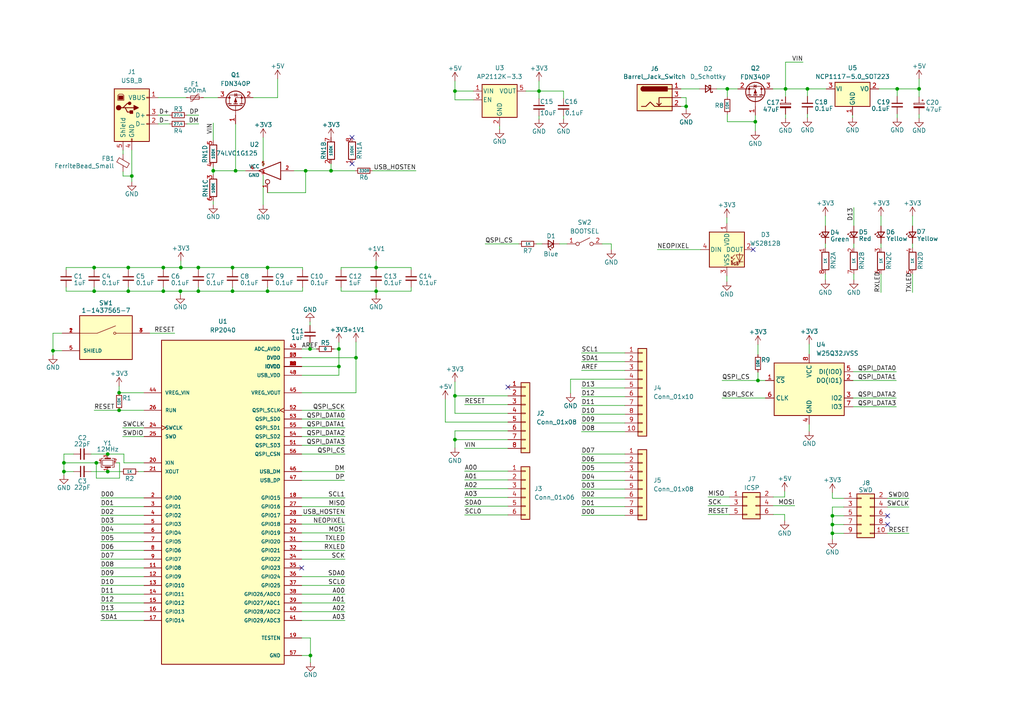
<source format=kicad_sch>
(kicad_sch (version 20211123) (generator eeschema)
  (paper "A4")
  (title_block (title "RP UNO") (date "2022-12-17") (rev "A"))
  (lib_symbols
    (symbol "1-1437565-7:1-1437565-7" (pin_names (offset 1.016))
      (property "Reference" "S" (at -7.62 6.35 0))
      (property "Value" "1-1437565-7" (at -7.62 -10.16 0))
      (symbol "1-1437565-7_0_0"
        (pin passive line (at -12.7 0 0) (length 5.08) (name "~") (number "1"))
        (pin passive line (at -12.7 0 0) (length 5.08) (name "~") (number "2"))
        (pin passive line (at 12.7 0 180) (length 5.08) (name "~") (number "3"))
        (pin passive line (at 12.7 0 180) (length 5.08) (name "~") (number "4"))
        (pin passive line (at -12.7 -5.08 0) (length 5.08) (name "SHIELD") (number "5"))
      )
    )
    (symbol "74xGxx:74LVC1G125" (pin_names (offset 1.016))
      (property "Reference" "U2" (at 3.81 -7.62 0))
      (property "Value" "74LVC1G125" (at 8.89 -5.08 0))
      (symbol "74LVC1G125_1_1"
        (pin input inverted (at 0 6.35 270) (length 3.81) (name "~") (number "1"))
        (pin input line (at -7.62 0 0) (length 3.81) (name "~") (number "2"))
        (pin power_out line (at 1.27 1.27 0) (length 0) (name "GND") (number "3"))
        (pin tri_state line (at 6.35 0 180) (length 3.81) (name "~") (number "4"))
        (pin power_in line (at 1.27 -1.27 0) (length 0) (name "VCC") (number "5"))
      )
    )
    (symbol "Connector:Barrel_Jack_Switch" (pin_names hide)
      (property "Reference" "J" (at 0 5.334 0))
      (property "Value" "Barrel_Jack_Switch" (at 0 -5.08 0))
      (symbol "Barrel_Jack_Switch_1_1"
        (pin passive line (at 7.62 2.54 180) (length 2.54) (name "~") (number "1"))
        (pin passive line (at 7.62 -2.54 180) (length 2.54) (name "~") (number "2"))
        (pin passive line (at 7.62 0 180) (length 2.54) (name "~") (number "3"))
      )
    )
    (symbol "Connector:USB_B" (pin_names (offset 1.016))
      (property "Reference" "J" (at -5.08 11.43 0))
      (property "Value" "USB_B" (at -5.08 8.89 0))
      (symbol "USB_B_1_1"
        (pin power_out line (at 7.62 5.08 180) (length 2.54) (name "VBUS") (number "1"))
        (pin bidirectional line (at 7.62 -2.54 180) (length 2.54) (name "D-") (number "2"))
        (pin bidirectional line (at 7.62 0 180) (length 2.54) (name "D+") (number "3"))
        (pin power_out line (at 0 -10.16 90) (length 2.54) (name "GND") (number "4"))
        (pin passive line (at -2.54 -10.16 90) (length 2.54) (name "Shield") (number "5"))
      )
    )
    (symbol "Connector_Generic:Conn_01x06" (pin_names (offset 1.016) hide)
      (property "Reference" "J" (at 0 7.62 0))
      (property "Value" "Conn_01x06" (at 0 -10.16 0))
      (symbol "Conn_01x06_1_1"
        (pin passive line (at -5.08 5.08 0) (length 3.81) (name "Pin_1") (number "1"))
        (pin passive line (at -5.08 2.54 0) (length 3.81) (name "Pin_2") (number "2"))
        (pin passive line (at -5.08 0 0) (length 3.81) (name "Pin_3") (number "3"))
        (pin passive line (at -5.08 -2.54 0) (length 3.81) (name "Pin_4") (number "4"))
        (pin passive line (at -5.08 -5.08 0) (length 3.81) (name "Pin_5") (number "5"))
        (pin passive line (at -5.08 -7.62 0) (length 3.81) (name "Pin_6") (number "6"))
      )
    )
    (symbol "Connector_Generic:Conn_01x08" (pin_names (offset 1.016) hide)
      (property "Reference" "J" (at 0 10.16 0))
      (property "Value" "Conn_01x08" (at 0 -12.7 0))
      (symbol "Conn_01x08_1_1"
        (pin passive line (at -5.08 7.62 0) (length 3.81) (name "Pin_1") (number "1"))
        (pin passive line (at -5.08 5.08 0) (length 3.81) (name "Pin_2") (number "2"))
        (pin passive line (at -5.08 2.54 0) (length 3.81) (name "Pin_3") (number "3"))
        (pin passive line (at -5.08 0 0) (length 3.81) (name "Pin_4") (number "4"))
        (pin passive line (at -5.08 -2.54 0) (length 3.81) (name "Pin_5") (number "5"))
        (pin passive line (at -5.08 -5.08 0) (length 3.81) (name "Pin_6") (number "6"))
        (pin passive line (at -5.08 -7.62 0) (length 3.81) (name "Pin_7") (number "7"))
        (pin passive line (at -5.08 -10.16 0) (length 3.81) (name "Pin_8") (number "8"))
      )
    )
    (symbol "Connector_Generic:Conn_01x10" (pin_names (offset 1.016) hide)
      (property "Reference" "J" (at 0 12.7 0))
      (property "Value" "Conn_01x10" (at 0 -15.24 0))
      (symbol "Conn_01x10_1_1"
        (pin passive line (at -5.08 10.16 0) (length 3.81) (name "Pin_1") (number "1"))
        (pin passive line (at -5.08 -12.7 0) (length 3.81) (name "Pin_10") (number "10"))
        (pin passive line (at -5.08 7.62 0) (length 3.81) (name "Pin_2") (number "2"))
        (pin passive line (at -5.08 5.08 0) (length 3.81) (name "Pin_3") (number "3"))
        (pin passive line (at -5.08 2.54 0) (length 3.81) (name "Pin_4") (number "4"))
        (pin passive line (at -5.08 0 0) (length 3.81) (name "Pin_5") (number "5"))
        (pin passive line (at -5.08 -2.54 0) (length 3.81) (name "Pin_6") (number "6"))
        (pin passive line (at -5.08 -5.08 0) (length 3.81) (name "Pin_7") (number "7"))
        (pin passive line (at -5.08 -7.62 0) (length 3.81) (name "Pin_8") (number "8"))
        (pin passive line (at -5.08 -10.16 0) (length 3.81) (name "Pin_9") (number "9"))
      )
    )
    (symbol "Connector_Generic:Conn_02x03_Odd_Even" (pin_names (offset 1.016) hide)
      (property "Reference" "J" (at 1.27 5.08 0))
      (property "Value" "Conn_02x03_Odd_Even" (at 1.27 -5.08 0))
      (symbol "Conn_02x03_Odd_Even_1_1"
        (pin passive line (at -5.08 2.54 0) (length 3.81) (name "Pin_1") (number "1"))
        (pin passive line (at 7.62 2.54 180) (length 3.81) (name "Pin_2") (number "2"))
        (pin passive line (at -5.08 0 0) (length 3.81) (name "Pin_3") (number "3"))
        (pin passive line (at 7.62 0 180) (length 3.81) (name "Pin_4") (number "4"))
        (pin passive line (at -5.08 -2.54 0) (length 3.81) (name "Pin_5") (number "5"))
        (pin passive line (at 7.62 -2.54 180) (length 3.81) (name "Pin_6") (number "6"))
      )
    )
    (symbol "Connector_Generic:Conn_02x05_Odd_Even" (pin_names (offset 1.016) hide)
      (property "Reference" "J" (at 1.27 7.62 0))
      (property "Value" "Conn_02x05_Odd_Even" (at 1.27 -7.62 0))
      (symbol "Conn_02x05_Odd_Even_1_1"
        (pin passive line (at -5.08 5.08 0) (length 3.81) (name "Pin_1") (number "1"))
        (pin passive line (at 7.62 -5.08 180) (length 3.81) (name "Pin_10") (number "10"))
        (pin passive line (at 7.62 5.08 180) (length 3.81) (name "Pin_2") (number "2"))
        (pin passive line (at -5.08 2.54 0) (length 3.81) (name "Pin_3") (number "3"))
        (pin passive line (at 7.62 2.54 180) (length 3.81) (name "Pin_4") (number "4"))
        (pin passive line (at -5.08 0 0) (length 3.81) (name "Pin_5") (number "5"))
        (pin passive line (at 7.62 0 180) (length 3.81) (name "Pin_6") (number "6"))
        (pin passive line (at -5.08 -2.54 0) (length 3.81) (name "Pin_7") (number "7"))
        (pin passive line (at 7.62 -2.54 180) (length 3.81) (name "Pin_8") (number "8"))
        (pin passive line (at -5.08 -5.08 0) (length 3.81) (name "Pin_9") (number "9"))
      )
    )
    (symbol "Device:C_Polarized_Small" (pin_numbers hide) (pin_names (offset 0.254) hide)
      (property "Reference" "C" (at 0.254 1.778 0))
      (property "Value" "C_Polarized_Small" (at 0.254 -2.032 0))
      (symbol "C_Polarized_Small_1_1"
        (pin passive line (at 0 2.54 270) (length 1.8542) (name "~") (number "1"))
        (pin passive line (at 0 -2.54 90) (length 1.8542) (name "~") (number "2"))
      )
    )
    (symbol "Device:C_Small" (pin_numbers hide) (pin_names (offset 0.254) hide)
      (property "Reference" "C" (at 0.254 1.778 0))
      (property "Value" "C_Small" (at 0.254 -2.032 0))
      (symbol "C_Small_1_1"
        (pin passive line (at 0 2.54 270) (length 2.032) (name "~") (number "1"))
        (pin passive line (at 0 -2.54 90) (length 2.032) (name "~") (number "2"))
      )
    )
    (symbol "Device:Crystal_GND24_Small" (pin_names (offset 1.016) hide)
      (property "Reference" "Y" (at 1.27 4.445 0))
      (property "Value" "Crystal_GND24_Small" (at 1.27 2.54 0))
      (symbol "Crystal_GND24_Small_1_1"
        (pin passive line (at -2.54 0 0) (length 1.27) (name "1") (number "1"))
        (pin passive line (at 0 -2.54 90) (length 0.635) (name "2") (number "2"))
        (pin passive line (at 2.54 0 180) (length 1.27) (name "3") (number "3"))
        (pin passive line (at 0 2.54 270) (length 0.635) (name "4") (number "4"))
      )
    )
    (symbol "Device:D_Schottky_Small" (pin_numbers hide) (pin_names (offset 0.254) hide)
      (property "Reference" "D" (at -1.27 2.032 0))
      (property "Value" "D_Schottky_Small" (at -7.112 -2.032 0))
      (symbol "D_Schottky_Small_1_1"
        (pin passive line (at -2.54 0 0) (length 1.778) (name "K") (number "1"))
        (pin passive line (at 2.54 0 180) (length 1.778) (name "A") (number "2"))
      )
    )
    (symbol "Device:FerriteBead_Small" (pin_numbers hide) (pin_names (offset 0))
      (property "Reference" "FB" (at 1.905 1.27 0))
      (property "Value" "FerriteBead_Small" (at 1.905 -1.27 0))
      (symbol "FerriteBead_Small_1_1"
        (pin passive line (at 0 2.54 270) (length 1.27) (name "~") (number "1"))
        (pin passive line (at 0 -2.54 90) (length 1.27) (name "~") (number "2"))
      )
    )
    (symbol "Device:LED_Small" (pin_numbers hide) (pin_names (offset 0.254) hide)
      (property "Reference" "D" (at -1.27 3.175 0))
      (property "Value" "LED_Small" (at -4.445 -2.54 0))
      (symbol "LED_Small_1_1"
        (pin passive line (at -2.54 0 0) (length 1.778) (name "K") (number "1"))
        (pin passive line (at 2.54 0 180) (length 1.778) (name "A") (number "2"))
      )
    )
    (symbol "Device:Polyfuse_Small" (pin_numbers hide) (pin_names (offset 0))
      (property "Reference" "F" (at -1.905 0 90))
      (property "Value" "Polyfuse_Small" (at 1.905 0 90))
      (symbol "Polyfuse_Small_1_1"
        (pin passive line (at 0 2.54 270) (length 0.635) (name "~") (number "1"))
        (pin passive line (at 0 -2.54 90) (length 0.635) (name "~") (number "2"))
      )
    )
    (symbol "Device:R_Pack04_Split" (pin_names (offset 0) hide)
      (property "Reference" "RN" (at 2.032 0 90))
      (property "Value" "R_Pack04_Split" (at 0 0 90))
      (symbol "R_Pack04_Split_1_1"
        (pin passive line (at 0 -3.81 90) (length 1.27) (name "R1.1") (number "1"))
        (pin passive line (at 0 3.81 270) (length 1.27) (name "R1.2") (number "8"))
      )
      (symbol "R_Pack04_Split_2_1"
        (pin passive line (at 0 -3.81 90) (length 1.27) (name "R2.1") (number "2"))
        (pin passive line (at 0 3.81 270) (length 1.27) (name "R2.2") (number "7"))
      )
      (symbol "R_Pack04_Split_3_1"
        (pin passive line (at 0 -3.81 90) (length 1.27) (name "R3.1") (number "3"))
        (pin passive line (at 0 3.81 270) (length 1.27) (name "R3.2") (number "6"))
      )
      (symbol "R_Pack04_Split_4_1"
        (pin passive line (at 0 -3.81 90) (length 1.27) (name "R4.1") (number "4"))
        (pin passive line (at 0 3.81 270) (length 1.27) (name "R4.2") (number "5"))
      )
    )
    (symbol "Device:R_Small" (pin_numbers hide) (pin_names (offset 0.254) hide)
      (property "Reference" "R" (at 0.762 0.508 0))
      (property "Value" "R_Small" (at 0.762 -1.016 0))
      (symbol "R_Small_1_1"
        (pin passive line (at 0 2.54 270) (length 0.762) (name "~") (number "1"))
        (pin passive line (at 0 -2.54 90) (length 0.762) (name "~") (number "2"))
      )
    )
    (symbol "LED:WS2812B" (pin_names (offset 0.254))
      (property "Reference" "D" (at 5.08 5.715 0))
      (property "Value" "WS2812B" (at 1.27 -5.715 0))
      (symbol "WS2812B_0_0"
        (text "RGB" (at 2.286 -4.191 0) (effects (font (size 0.762 0.762))))
      )
      (symbol "WS2812B_1_1"
        (pin power_in line (at 0 7.62 270) (length 2.54) (name "VDD") (number "1"))
        (pin output line (at 7.62 0 180) (length 2.54) (name "DOUT") (number "2"))
        (pin power_in line (at 0 -7.62 90) (length 2.54) (name "VSS") (number "3"))
        (pin input line (at -7.62 0 0) (length 2.54) (name "DIN") (number "4"))
      )
    )
    (symbol "Memory_Flash:W25Q32JVSS"
      (property "Reference" "U" (at -8.89 8.89 0))
      (property "Value" "W25Q32JVSS" (at 7.62 8.89 0))
      (symbol "W25Q32JVSS_1_1"
        (pin input line (at -12.7 2.54 0) (length 2.54) (name "~{CS}") (number "1"))
        (pin bidirectional line (at 12.7 2.54 180) (length 2.54) (name "DO(IO1)") (number "2"))
        (pin bidirectional line (at 12.7 -2.54 180) (length 2.54) (name "IO2") (number "3"))
        (pin power_in line (at 0 -10.16 90) (length 2.54) (name "GND") (number "4"))
        (pin bidirectional line (at 12.7 5.08 180) (length 2.54) (name "DI(IO0)") (number "5"))
        (pin input line (at -12.7 -2.54 0) (length 2.54) (name "CLK") (number "6"))
        (pin bidirectional line (at 12.7 -5.08 180) (length 2.54) (name "IO3") (number "7"))
        (pin power_in line (at 0 10.16 270) (length 2.54) (name "VCC") (number "8"))
      )
    )
    (symbol "RP2040:RP2040" (pin_names (offset 1.016))
      (property "Reference" "U" (at -17.78 50.8 0))
      (property "Value" "RP2040" (at -17.78 -48.26 0))
      (symbol "RP2040_0_0"
        (pin power_in line (at 22.86 40.64 180) (length 5.08) (name "IOVDD") (number "1"))
        (pin power_in line (at 22.86 40.64 180) (length 5.08) (name "IOVDD") (number "10"))
        (pin bidirectional line (at -22.86 -17.78 0) (length 5.08) (name "GPIO8") (number "11"))
        (pin bidirectional line (at -22.86 -20.32 0) (length 5.08) (name "GPIO9") (number "12"))
        (pin bidirectional line (at -22.86 -22.86 0) (length 5.08) (name "GPIO10") (number "13"))
        (pin bidirectional line (at -22.86 -25.4 0) (length 5.08) (name "GPIO11") (number "14"))
        (pin bidirectional line (at -22.86 -27.94 0) (length 5.08) (name "GPIO12") (number "15"))
        (pin bidirectional line (at -22.86 -30.48 0) (length 5.08) (name "GPIO13") (number "16"))
        (pin bidirectional line (at -22.86 -33.02 0) (length 5.08) (name "GPIO14") (number "17"))
        (pin bidirectional line (at 22.86 2.54 180) (length 5.08) (name "GPIO15") (number "18"))
        (pin passive line (at 22.86 -38.1 180) (length 5.08) (name "TESTEN") (number "19"))
        (pin bidirectional line (at -22.86 2.54 0) (length 5.08) (name "GPIO0") (number "2"))
        (pin input line (at -22.86 12.7 0) (length 5.08) (name "XIN") (number "20"))
        (pin output line (at -22.86 10.16 0) (length 5.08) (name "XOUT") (number "21"))
        (pin power_in line (at 22.86 40.64 180) (length 5.08) (name "IOVDD") (number "22"))
        (pin power_in line (at 22.86 43.18 180) (length 5.08) (name "DVDD") (number "23"))
        (pin input clock (at -22.86 22.86 0) (length 5.08) (name "SWCLK") (number "24"))
        (pin bidirectional line (at -22.86 20.32 0) (length 5.08) (name "SWD") (number "25"))
        (pin input line (at -22.86 27.94 0) (length 5.08) (name "RUN") (number "26"))
        (pin bidirectional line (at 22.86 0 180) (length 5.08) (name "GPIO16") (number "27"))
        (pin bidirectional line (at 22.86 -2.54 180) (length 5.08) (name "GPIO17") (number "28"))
        (pin bidirectional line (at 22.86 -5.08 180) (length 5.08) (name "GPIO18") (number "29"))
        (pin bidirectional line (at -22.86 0 0) (length 5.08) (name "GPIO1") (number "3"))
        (pin bidirectional line (at 22.86 -7.62 180) (length 5.08) (name "GPIO19") (number "30"))
        (pin bidirectional line (at 22.86 -10.16 180) (length 5.08) (name "GPIO20") (number "31"))
        (pin bidirectional line (at 22.86 -12.7 180) (length 5.08) (name "GPIO21") (number "32"))
        (pin power_in line (at 22.86 40.64 180) (length 5.08) (name "IOVDD") (number "33"))
        (pin bidirectional line (at 22.86 -15.24 180) (length 5.08) (name "GPIO22") (number "34"))
        (pin bidirectional line (at 22.86 -17.78 180) (length 5.08) (name "GPIO23") (number "35"))
        (pin bidirectional line (at 22.86 -20.32 180) (length 5.08) (name "GPIO24") (number "36"))
        (pin bidirectional line (at 22.86 -22.86 180) (length 5.08) (name "GPIO25") (number "37"))
        (pin bidirectional line (at 22.86 -25.4 180) (length 5.08) (name "GPIO26/ADC0") (number "38"))
        (pin bidirectional line (at 22.86 -27.94 180) (length 5.08) (name "GPIO27/ADC1") (number "39"))
        (pin bidirectional line (at -22.86 -2.54 0) (length 5.08) (name "GPIO2") (number "4"))
        (pin bidirectional line (at 22.86 -30.48 180) (length 5.08) (name "GPIO28/ADC2") (number "40"))
        (pin bidirectional line (at 22.86 -33.02 180) (length 5.08) (name "GPIO29/ADC3") (number "41"))
        (pin power_in line (at 22.86 40.64 180) (length 5.08) (name "IOVDD") (number "42"))
        (pin power_in line (at 22.86 45.72 180) (length 5.08) (name "ADC_AVDD") (number "43"))
        (pin input line (at -22.86 33.02 0) (length 5.08) (name "VREG_VIN") (number "44"))
        (pin output line (at 22.86 33.02 180) (length 5.08) (name "VREG_VOUT") (number "45"))
        (pin bidirectional line (at 22.86 10.16 180) (length 5.08) (name "USB_DM") (number "46"))
        (pin bidirectional line (at 22.86 7.62 180) (length 5.08) (name "USB_DP") (number "47"))
        (pin power_in line (at 22.86 38.1 180) (length 5.08) (name "USB_VDD") (number "48"))
        (pin power_in line (at 22.86 40.64 180) (length 5.08) (name "IOVDD") (number "49"))
        (pin bidirectional line (at -22.86 -5.08 0) (length 5.08) (name "GPIO3") (number "5"))
        (pin power_in line (at 22.86 43.18 180) (length 5.08) (name "DVDD") (number "50"))
        (pin bidirectional line (at 22.86 17.78 180) (length 5.08) (name "QSPI_SD3") (number "51"))
        (pin bidirectional clock (at 22.86 27.94 180) (length 5.08) (name "QSPI_SCLK") (number "52"))
        (pin bidirectional line (at 22.86 25.4 180) (length 5.08) (name "QSPI_SD0") (number "53"))
        (pin bidirectional line (at 22.86 20.32 180) (length 5.08) (name "QSPI_SD2") (number "54"))
        (pin bidirectional line (at 22.86 22.86 180) (length 5.08) (name "QSPI_SD1") (number "55"))
        (pin bidirectional line (at 22.86 15.24 180) (length 5.08) (name "QSPI_CSN") (number "56"))
        (pin power_in line (at 22.86 -43.18 180) (length 5.08) (name "GND") (number "57"))
        (pin bidirectional line (at -22.86 -7.62 0) (length 5.08) (name "GPIO4") (number "6"))
        (pin bidirectional line (at -22.86 -10.16 0) (length 5.08) (name "GPIO5") (number "7"))
        (pin bidirectional line (at -22.86 -12.7 0) (length 5.08) (name "GPIO6") (number "8"))
        (pin bidirectional line (at -22.86 -15.24 0) (length 5.08) (name "GPIO7") (number "9"))
      )
    )
    (symbol "Regulator_Linear:AP2112K-3.3" (pin_names (offset 0.254))
      (property "Reference" "U" (at -5.08 5.715 0))
      (property "Value" "AP2112K-3.3" (at 0 5.715 0))
      (symbol "AP2112K-3.3_1_1"
        (pin power_in line (at -7.62 2.54 0) (length 2.54) (name "VIN") (number "1"))
        (pin power_in line (at 0 -7.62 90) (length 2.54) (name "GND") (number "2"))
        (pin input line (at -7.62 0 0) (length 2.54) (name "EN") (number "3"))
        (pin no_connect line (at 5.08 0 180) (length 2.54) hide (name "NC") (number "4"))
        (pin power_out line (at 7.62 2.54 180) (length 2.54) (name "VOUT") (number "5"))
      )
    )
    (symbol "Regulator_Linear:NCP1117-5.0_SOT223" (pin_names (offset 0.254))
      (property "Reference" "U" (at -3.81 3.175 0))
      (property "Value" "NCP1117-5.0_SOT223" (at 0 3.175 0))
      (symbol "NCP1117-5.0_SOT223_1_1"
        (pin power_in line (at 0 -7.62 90) (length 2.54) (name "GND") (number "1"))
        (pin power_out line (at 7.62 0 180) (length 2.54) (name "VO") (number "2"))
        (pin power_in line (at -7.62 0 0) (length 2.54) (name "VI") (number "3"))
      )
    )
    (symbol "Switch:SW_SPST" (pin_names (offset 0) hide)
      (property "Reference" "SW" (at 0 3.175 0))
      (property "Value" "SW_SPST" (at 0 -2.54 0))
      (symbol "SW_SPST_1_1"
        (pin passive line (at -5.08 0 0) (length 2.54) (name "A") (number "1"))
        (pin passive line (at 5.08 0 180) (length 2.54) (name "B") (number "2"))
      )
    )
    (symbol "Transistor_FET:FDN340P" (pin_names hide)
      (property "Reference" "Q" (at 5.08 1.905 0))
      (property "Value" "FDN340P" (at 5.08 0 0))
      (symbol "FDN340P_1_1"
        (pin input line (at -5.08 0 0) (length 2.54) (name "G") (number "1"))
        (pin passive line (at 2.54 -5.08 90) (length 2.54) (name "S") (number "2"))
        (pin passive line (at 2.54 5.08 270) (length 2.54) (name "D") (number "3"))
      )
    )
    (symbol "power:+1V1" (power) (pin_names (offset 0))
      (property "Value" "+1V1" (at 0 3.556 0))
      (symbol "+1V1_1_1"
        (pin power_in line (at 0 0 90) (length 0) hide (name "+1V1") (number "1"))
      )
    )
    (symbol "power:+3V3" (power) (pin_names (offset 0))
      (property "Value" "+3V3" (at 0 3.556 0))
      (symbol "+3V3_1_1"
        (pin power_in line (at 0 0 90) (length 0) hide (name "+3V3") (number "1"))
      )
    )
    (symbol "power:+5V" (power) (pin_names (offset 0))
      (property "Value" "+5V" (at 0 3.556 0))
      (symbol "+5V_1_1"
        (pin power_in line (at 0 0 90) (length 0) hide (name "+5V") (number "1"))
      )
    )
    (symbol "power:GND" (power) (pin_names (offset 0))
      (property "Value" "GND" (at 0 -3.81 0))
      (symbol "GND_1_1"
        (pin power_in line (at 0 0 270) (length 0) hide (name "GND") (number "1"))
      )
    )
  )
  (junction (at 52.324 84.455))
  (junction (at 90.043 190.119))
  (junction (at 88.646 49.53))
  (junction (at 34.544 118.999))
  (junction (at 98.298 106.299))
  (junction (at 47.371 77.597))
  (junction (at 260.223 25.781))
  (junction (at 227.838 25.781))
  (junction (at 27.305 84.455))
  (junction (at 61.849 49.53))
  (junction (at 156.337 26.416))
  (junction (at 109.093 84.455))
  (junction (at 34.544 113.919))
  (junction (at 31.242 136.779))
  (junction (at 57.531 84.455))
  (junction (at 96.012 49.53))
  (junction (at 68.326 49.53))
  (junction (at 210.947 25.781))
  (junction (at 67.437 84.455))
  (junction (at 18.542 134.239))
  (junction (at 52.451 77.597))
  (junction (at 241.427 149.606))
  (junction (at 18.542 136.779))
  (junction (at 103.251 103.759))
  (junction (at 219.837 110.363))
  (junction (at 77.597 77.597))
  (junction (at 266.573 25.781))
  (junction (at 27.305 77.597))
  (junction (at 98.298 101.219))
  (junction (at 131.953 26.416))
  (junction (at 47.371 84.455))
  (junction (at 57.531 77.597))
  (junction (at 37.211 84.455))
  (junction (at 27.94 134.239))
  (junction (at 15.367 101.727))
  (junction (at 241.427 154.686))
  (junction (at 38.227 51.054))
  (junction (at 199.009 30.861))
  (junction (at 219.075 35.306))
  (junction (at 234.188 25.781))
  (junction (at 109.093 77.597))
  (junction (at 131.953 127.508))
  (junction (at 37.211 77.597))
  (junction (at 89.916 101.219))
  (junction (at 31.242 131.699))
  (junction (at 241.427 152.146))
  (junction (at 77.597 84.455))
  (junction (at 131.953 114.808))
  (junction (at 67.437 77.597))
  (no_connect (at 102.108 47.498))
  (no_connect (at 218.44 72.39))
  (no_connect (at 257.429 152.146))
  (no_connect (at 87.503 164.719))
  (no_connect (at 147.32 112.268))
  (no_connect (at 102.108 39.878))
  (no_connect (at 257.429 149.606))
  (wire (pts (xy 98.298 108.839) (xy 98.298 106.299)))
  (wire (pts (xy 131.953 26.416) (xy 137.287 26.416)))
  (wire (pts (xy 134.747 117.348) (xy 147.32 117.348)))
  (wire (pts (xy 219.837 110.363) (xy 209.423 110.363)))
  (wire (pts (xy 264.668 65.532) (xy 264.668 62.611)))
  (wire (pts (xy 241.427 154.686) (xy 241.427 156.464)))
  (wire (pts (xy 199.009 28.321) (xy 197.485 28.321)))
  (wire (pts (xy 38.227 43.561) (xy 38.227 51.054)))
  (wire (pts (xy 35.56 126.619) (xy 41.783 126.619)))
  (wire (pts (xy 168.656 122.682) (xy 181.229 122.682)))
  (wire (pts (xy 119.253 83.312) (xy 119.253 84.455)))
  (wire (pts (xy 255.524 79.502) (xy 255.524 84.836)))
  (wire (pts (xy 134.747 144.272) (xy 147.32 144.272)))
  (wire (pts (xy 77.597 55.88) (xy 88.646 55.88)))
  (wire (pts (xy 27.94 138.684) (xy 27.94 134.239)))
  (wire (pts (xy 26.416 131.699) (xy 31.242 131.699)))
  (wire (pts (xy 87.503 136.779) (xy 99.949 136.779)))
  (wire (pts (xy 15.367 101.727) (xy 15.367 102.997)))
  (wire (pts (xy 29.21 149.479) (xy 41.783 149.479)))
  (wire (pts (xy 80.518 28.321) (xy 80.518 22.86)))
  (wire (pts (xy 109.093 85.471) (xy 109.093 84.455)))
  (wire (pts (xy 168.656 112.522) (xy 181.229 112.522)))
  (wire (pts (xy 29.21 164.719) (xy 41.783 164.719)))
  (wire (pts (xy 61.849 49.53) (xy 61.849 50.673)))
  (wire (pts (xy 29.21 157.099) (xy 41.783 157.099)))
  (wire (pts (xy 147.32 119.888) (xy 131.953 119.888)))
  (wire (pts (xy 234.188 33.02) (xy 234.188 34.163)))
  (wire (pts (xy 197.485 25.781) (xy 202.819 25.781)))
  (wire (pts (xy 219.075 35.306) (xy 219.075 37.973)))
  (wire (pts (xy 19.177 84.455) (xy 27.305 84.455)))
  (wire (pts (xy 263.652 147.066) (xy 257.429 147.066)))
  (wire (pts (xy 247.65 70.612) (xy 247.65 71.882)))
  (wire (pts (xy 168.656 102.362) (xy 181.229 102.362)))
  (wire (pts (xy 87.503 146.939) (xy 100.076 146.939)))
  (wire (pts (xy 87.503 157.099) (xy 100.076 157.099)))
  (wire (pts (xy 131.953 124.968) (xy 131.953 127.508)))
  (wire (pts (xy 241.427 147.066) (xy 241.427 149.606)))
  (wire (pts (xy 134.747 136.652) (xy 147.32 136.652)))
  (wire (pts (xy 244.729 147.066) (xy 241.427 147.066)))
  (wire (pts (xy 15.367 96.647) (xy 15.367 101.727)))
  (wire (pts (xy 34.544 118.999) (xy 41.783 118.999)))
  (wire (pts (xy 90.043 190.119) (xy 87.503 190.119)))
  (wire (pts (xy 96.012 49.53) (xy 102.997 49.53)))
  (wire (pts (xy 87.503 118.999) (xy 100.076 118.999)))
  (wire (pts (xy 59.055 28.321) (xy 63.246 28.321)))
  (wire (pts (xy 210.82 64.77) (xy 210.82 63.119)))
  (wire (pts (xy 34.544 113.919) (xy 34.544 112.014)))
  (wire (pts (xy 27.305 84.455) (xy 37.211 84.455)))
  (wire (pts (xy 76.327 39.878) (xy 76.327 48.26)))
  (wire (pts (xy 27.305 77.597) (xy 37.211 77.597)))
  (wire (pts (xy 234.696 123.063) (xy 234.696 125.095)))
  (wire (pts (xy 100.076 144.399) (xy 87.503 144.399)))
  (wire (pts (xy 27.305 83.312) (xy 27.305 84.455)))
  (wire (pts (xy 34.544 113.919) (xy 41.783 113.919)))
  (wire (pts (xy 100.076 169.799) (xy 87.503 169.799)))
  (wire (pts (xy 37.211 83.312) (xy 37.211 84.455)))
  (wire (pts (xy 88.646 49.53) (xy 85.217 49.53)))
  (wire (pts (xy 168.656 131.699) (xy 181.229 131.699)))
  (wire (pts (xy 90.043 190.119) (xy 90.043 192.151)))
  (wire (pts (xy 134.747 149.352) (xy 147.32 149.352)))
  (wire (pts (xy 109.093 77.597) (xy 109.093 75.692)))
  (wire (pts (xy 98.933 84.455) (xy 109.093 84.455)))
  (wire (pts (xy 247.65 79.502) (xy 247.65 81.153)))
  (wire (pts (xy 168.656 104.902) (xy 181.229 104.902)))
  (wire (pts (xy 52.451 77.597) (xy 57.531 77.597)))
  (wire (pts (xy 255.524 65.532) (xy 255.524 62.611)))
  (wire (pts (xy 129.159 115.824) (xy 129.159 122.428)))
  (wire (pts (xy 35.56 124.079) (xy 41.783 124.079)))
  (wire (pts (xy 205.359 149.225) (xy 211.582 149.225)))
  (wire (pts (xy 156.337 26.416) (xy 156.337 28.575)))
  (wire (pts (xy 227.838 18.034) (xy 232.918 18.034)))
  (wire (pts (xy 100.076 172.339) (xy 87.503 172.339)))
  (wire (pts (xy 35.687 51.054) (xy 38.227 51.054)))
  (wire (pts (xy 131.953 127.508) (xy 147.32 127.508)))
  (wire (pts (xy 21.336 131.699) (xy 18.542 131.699)))
  (wire (pts (xy 87.503 149.479) (xy 100.076 149.479)))
  (wire (pts (xy 29.21 167.259) (xy 41.783 167.259)))
  (wire (pts (xy 156.337 26.416) (xy 163.449 26.416)))
  (wire (pts (xy 266.573 33.147) (xy 266.573 34.29)))
  (wire (pts (xy 87.503 154.559) (xy 100.076 154.559)))
  (wire (pts (xy 52.324 84.455) (xy 57.531 84.455)))
  (wire (pts (xy 131.953 114.808) (xy 131.953 119.888)))
  (wire (pts (xy 241.427 144.526) (xy 241.427 142.875)))
  (wire (pts (xy 98.933 83.312) (xy 98.933 84.455)))
  (wire (pts (xy 26.416 136.779) (xy 31.242 136.779)))
  (wire (pts (xy 67.437 78.232) (xy 67.437 77.597)))
  (wire (pts (xy 87.503 167.259) (xy 100.076 167.259)))
  (wire (pts (xy 264.668 70.612) (xy 264.668 71.882)))
  (wire (pts (xy 67.437 84.455) (xy 77.597 84.455)))
  (wire (pts (xy 144.907 36.576) (xy 144.907 37.465)))
  (wire (pts (xy 219.075 33.401) (xy 219.075 35.306)))
  (wire (pts (xy 266.573 25.781) (xy 266.573 22.86)))
  (wire (pts (xy 147.32 122.428) (xy 129.159 122.428)))
  (wire (pts (xy 131.953 110.744) (xy 131.953 114.808)))
  (wire (pts (xy 263.652 144.526) (xy 257.429 144.526)))
  (wire (pts (xy 96.012 47.498) (xy 96.012 49.53)))
  (wire (pts (xy 199.009 30.861) (xy 199.009 31.75)))
  (wire (pts (xy 87.757 77.597) (xy 87.757 78.232)))
  (wire (pts (xy 227.584 149.225) (xy 227.584 151.003)))
  (wire (pts (xy 18.542 136.779) (xy 18.542 137.795)))
  (wire (pts (xy 29.21 154.559) (xy 41.783 154.559)))
  (wire (pts (xy 45.847 28.321) (xy 53.975 28.321)))
  (wire (pts (xy 98.298 99.314) (xy 98.298 101.219)))
  (wire (pts (xy 29.21 144.399) (xy 41.783 144.399)))
  (wire (pts (xy 134.747 130.048) (xy 147.32 130.048)))
  (wire (pts (xy 219.837 107.95) (xy 219.837 110.363)))
  (wire (pts (xy 219.837 102.87) (xy 219.837 99.949)))
  (wire (pts (xy 210.82 80.01) (xy 210.82 81.661)))
  (wire (pts (xy 168.656 115.062) (xy 181.229 115.062)))
  (wire (pts (xy 61.849 49.53) (xy 68.326 49.53)))
  (wire (pts (xy 168.656 136.779) (xy 181.229 136.779)))
  (wire (pts (xy 174.625 70.739) (xy 177.292 70.739)))
  (wire (pts (xy 19.177 78.232) (xy 19.177 77.597)))
  (wire (pts (xy 239.395 79.502) (xy 239.395 81.153)))
  (wire (pts (xy 54.229 35.941) (xy 57.658 35.941)))
  (wire (pts (xy 156.337 33.655) (xy 156.337 34.544)))
  (wire (pts (xy 150.495 70.739) (xy 140.716 70.739)))
  (wire (pts (xy 61.849 48.387) (xy 61.849 49.53)))
  (wire (pts (xy 241.427 154.686) (xy 244.729 154.686)))
  (wire (pts (xy 15.367 101.727) (xy 18.034 101.727)))
  (wire (pts (xy 45.847 35.941) (xy 49.149 35.941)))
  (wire (pts (xy 103.251 103.759) (xy 103.251 113.919)))
  (wire (pts (xy 35.941 134.239) (xy 41.783 134.239)))
  (wire (pts (xy 247.269 33.401) (xy 247.269 34.163)))
  (wire (pts (xy 87.503 101.219) (xy 89.916 101.219)))
  (wire (pts (xy 87.503 121.539) (xy 100.076 121.539)))
  (wire (pts (xy 77.597 77.597) (xy 87.757 77.597)))
  (wire (pts (xy 87.503 152.019) (xy 100.076 152.019)))
  (wire (pts (xy 89.916 101.219) (xy 91.821 101.219)))
  (wire (pts (xy 131.953 28.956) (xy 131.953 26.416)))
  (wire (pts (xy 87.503 162.179) (xy 100.076 162.179)))
  (wire (pts (xy 29.21 172.339) (xy 41.783 172.339)))
  (wire (pts (xy 27.305 78.232) (xy 27.305 77.597)))
  (wire (pts (xy 234.696 102.743) (xy 234.696 99.822)))
  (wire (pts (xy 163.449 33.655) (xy 163.449 34.544)))
  (wire (pts (xy 168.656 134.239) (xy 181.229 134.239)))
  (wire (pts (xy 134.747 146.812) (xy 147.32 146.812)))
  (wire (pts (xy 234.188 25.781) (xy 234.188 27.94)))
  (wire (pts (xy 260.223 25.781) (xy 260.223 27.94)))
  (wire (pts (xy 68.326 49.53) (xy 71.247 49.53)))
  (wire (pts (xy 88.646 49.53) (xy 88.646 55.88)))
  (wire (pts (xy 37.211 78.232) (xy 37.211 77.597)))
  (wire (pts (xy 239.395 65.532) (xy 239.395 62.611)))
  (wire (pts (xy 18.542 131.699) (xy 18.542 134.239)))
  (wire (pts (xy 57.531 77.597) (xy 67.437 77.597)))
  (wire (pts (xy 227.584 149.225) (xy 224.282 149.225)))
  (wire (pts (xy 87.757 84.455) (xy 87.757 83.312)))
  (wire (pts (xy 67.437 77.597) (xy 77.597 77.597)))
  (wire (pts (xy 241.427 149.606) (xy 241.427 152.146)))
  (wire (pts (xy 168.656 146.939) (xy 181.229 146.939)))
  (wire (pts (xy 165.481 109.982) (xy 165.481 114.046)))
  (wire (pts (xy 199.009 28.321) (xy 199.009 30.861)))
  (wire (pts (xy 131.953 26.416) (xy 131.953 23.495)))
  (wire (pts (xy 87.503 113.919) (xy 103.251 113.919)))
  (wire (pts (xy 134.747 141.732) (xy 147.32 141.732)))
  (wire (pts (xy 87.503 159.639) (xy 100.076 159.639)))
  (wire (pts (xy 109.093 84.455) (xy 119.253 84.455)))
  (wire (pts (xy 87.503 106.299) (xy 98.298 106.299)))
  (wire (pts (xy 52.451 77.597) (xy 52.451 75.692)))
  (wire (pts (xy 210.947 35.306) (xy 219.075 35.306)))
  (wire (pts (xy 131.953 114.808) (xy 147.32 114.808)))
  (wire (pts (xy 168.656 141.859) (xy 181.229 141.859)))
  (wire (pts (xy 35.941 131.699) (xy 35.941 134.239)))
  (wire (pts (xy 87.503 124.079) (xy 100.076 124.079)))
  (wire (pts (xy 247.396 107.823) (xy 259.969 107.823)))
  (wire (pts (xy 57.531 77.597) (xy 57.531 78.232)))
  (wire (pts (xy 131.953 124.968) (xy 147.32 124.968)))
  (wire (pts (xy 34.671 138.684) (xy 27.94 138.684)))
  (wire (pts (xy 157.226 70.739) (xy 155.575 70.739)))
  (wire (pts (xy 168.656 117.602) (xy 181.229 117.602)))
  (wire (pts (xy 35.687 43.561) (xy 35.687 44.704)))
  (wire (pts (xy 227.838 18.034) (xy 227.838 25.781)))
  (wire (pts (xy 221.996 115.443) (xy 209.423 115.443)))
  (wire (pts (xy 29.21 152.019) (xy 41.783 152.019)))
  (wire (pts (xy 73.406 28.321) (xy 80.518 28.321)))
  (wire (pts (xy 77.597 78.232) (xy 77.597 77.597)))
  (wire (pts (xy 87.503 139.319) (xy 99.949 139.319)))
  (wire (pts (xy 98.933 77.597) (xy 109.093 77.597)))
  (wire (pts (xy 96.901 101.219) (xy 98.298 101.219)))
  (wire (pts (xy 27.94 134.239) (xy 28.702 134.239)))
  (wire (pts (xy 57.531 83.312) (xy 57.531 84.455)))
  (wire (pts (xy 241.427 144.526) (xy 244.729 144.526)))
  (wire (pts (xy 68.326 35.941) (xy 68.326 49.53)))
  (wire (pts (xy 29.21 159.639) (xy 41.783 159.639)))
  (wire (pts (xy 168.656 125.222) (xy 181.229 125.222)))
  (wire (pts (xy 29.21 179.959) (xy 41.783 179.959)))
  (wire (pts (xy 47.371 83.312) (xy 47.371 84.455)))
  (wire (pts (xy 247.396 115.443) (xy 259.969 115.443)))
  (wire (pts (xy 207.899 25.781) (xy 210.947 25.781)))
  (wire (pts (xy 134.747 139.192) (xy 147.32 139.192)))
  (wire (pts (xy 27.305 118.999) (xy 34.544 118.999)))
  (wire (pts (xy 210.947 25.781) (xy 213.995 25.781)))
  (wire (pts (xy 241.427 152.146) (xy 241.427 154.686)))
  (wire (pts (xy 29.21 174.879) (xy 41.783 174.879)))
  (wire (pts (xy 77.597 84.455) (xy 87.757 84.455)))
  (wire (pts (xy 205.359 144.145) (xy 211.582 144.145)))
  (wire (pts (xy 89.916 99.441) (xy 89.916 101.219)))
  (wire (pts (xy 52.324 85.471) (xy 52.324 84.455)))
  (wire (pts (xy 87.503 129.159) (xy 100.076 129.159)))
  (wire (pts (xy 109.093 77.597) (xy 119.253 77.597)))
  (wire (pts (xy 109.093 83.312) (xy 109.093 84.455)))
  (wire (pts (xy 108.077 49.53) (xy 120.65 49.53)))
  (wire (pts (xy 89.916 93.345) (xy 89.916 94.361)))
  (wire (pts (xy 100.076 179.959) (xy 87.503 179.959)))
  (wire (pts (xy 61.849 35.687) (xy 61.849 40.767)))
  (wire (pts (xy 31.242 131.699) (xy 35.941 131.699)))
  (wire (pts (xy 77.597 83.312) (xy 77.597 84.455)))
  (wire (pts (xy 47.371 78.232) (xy 47.371 77.597)))
  (wire (pts (xy 19.177 77.597) (xy 27.305 77.597)))
  (wire (pts (xy 38.227 51.054) (xy 38.227 52.705)))
  (wire (pts (xy 90.043 185.039) (xy 87.503 185.039)))
  (wire (pts (xy 241.427 152.146) (xy 244.729 152.146)))
  (wire (pts (xy 255.524 70.612) (xy 255.524 71.882)))
  (wire (pts (xy 18.542 134.239) (xy 18.542 136.779)))
  (wire (pts (xy 18.542 134.239) (xy 27.94 134.239)))
  (wire (pts (xy 87.503 103.759) (xy 103.251 103.759)))
  (wire (pts (xy 247.396 110.363) (xy 259.969 110.363)))
  (wire (pts (xy 234.188 25.781) (xy 239.649 25.781)))
  (wire (pts (xy 18.034 96.647) (xy 15.367 96.647)))
  (wire (pts (xy 227.584 144.145) (xy 224.282 144.145)))
  (wire (pts (xy 35.687 49.784) (xy 35.687 51.054)))
  (wire (pts (xy 131.953 28.956) (xy 137.287 28.956)))
  (wire (pts (xy 76.327 50.8) (xy 76.327 59.436)))
  (wire (pts (xy 37.211 84.455) (xy 47.371 84.455)))
  (wire (pts (xy 227.838 33.147) (xy 227.838 34.29)))
  (wire (pts (xy 230.505 146.685) (xy 224.282 146.685)))
  (wire (pts (xy 224.155 25.781) (xy 227.838 25.781)))
  (wire (pts (xy 168.656 149.479) (xy 181.229 149.479)))
  (wire (pts (xy 264.668 79.502) (xy 264.668 84.836)))
  (wire (pts (xy 90.043 185.039) (xy 90.043 190.119)))
  (wire (pts (xy 162.306 70.739) (xy 164.465 70.739)))
  (wire (pts (xy 254.889 25.781) (xy 260.223 25.781)))
  (wire (pts (xy 50.673 96.647) (xy 43.434 96.647)))
  (wire (pts (xy 57.531 84.455) (xy 67.437 84.455)))
  (wire (pts (xy 241.427 149.606) (xy 244.729 149.606)))
  (wire (pts (xy 61.849 59.309) (xy 61.849 58.293)))
  (wire (pts (xy 119.253 77.597) (xy 119.253 78.232)))
  (wire (pts (xy 203.2 72.39) (xy 190.627 72.39)))
  (wire (pts (xy 227.584 144.145) (xy 227.584 142.494)))
  (wire (pts (xy 29.21 162.179) (xy 41.783 162.179)))
  (wire (pts (xy 40.132 136.779) (xy 41.783 136.779)))
  (wire (pts (xy 96.012 49.53) (xy 88.646 49.53)))
  (wire (pts (xy 67.437 83.312) (xy 67.437 84.455)))
  (wire (pts (xy 168.656 120.142) (xy 181.229 120.142)))
  (wire (pts (xy 47.371 84.455) (xy 52.324 84.455)))
  (wire (pts (xy 131.953 127.508) (xy 131.953 129.921)))
  (wire (pts (xy 221.996 110.363) (xy 219.837 110.363)))
  (wire (pts (xy 34.671 134.239) (xy 34.671 138.684)))
  (wire (pts (xy 100.076 177.419) (xy 87.503 177.419)))
  (wire (pts (xy 29.21 146.939) (xy 41.783 146.939)))
  (wire (pts (xy 109.093 78.232) (xy 109.093 77.597)))
  (wire (pts (xy 210.947 25.781) (xy 210.947 28.067)))
  (wire (pts (xy 31.242 136.779) (xy 35.052 136.779)))
  (wire (pts (xy 98.933 78.232) (xy 98.933 77.597)))
  (wire (pts (xy 168.656 144.399) (xy 181.229 144.399)))
  (wire (pts (xy 239.395 70.612) (xy 239.395 71.882)))
  (wire (pts (xy 100.076 174.879) (xy 87.503 174.879)))
  (wire (pts (xy 19.177 83.312) (xy 19.177 84.455)))
  (wire (pts (xy 247.65 60.198) (xy 247.65 65.532)))
  (wire (pts (xy 29.21 177.419) (xy 41.783 177.419)))
  (wire (pts (xy 168.656 107.442) (xy 181.229 107.442)))
  (wire (pts (xy 257.429 154.686) (xy 263.652 154.686)))
  (wire (pts (xy 247.396 117.983) (xy 259.969 117.983)))
  (wire (pts (xy 87.503 126.619) (xy 100.076 126.619)))
  (wire (pts (xy 54.229 33.401) (xy 57.658 33.401)))
  (wire (pts (xy 177.292 70.739) (xy 177.292 72.39)))
  (wire (pts (xy 45.847 33.401) (xy 49.149 33.401)))
  (wire (pts (xy 152.527 26.416) (xy 156.337 26.416)))
  (wire (pts (xy 87.503 131.699) (xy 100.076 131.699)))
  (wire (pts (xy 165.481 109.982) (xy 181.229 109.982)))
  (wire (pts (xy 47.371 77.597) (xy 52.451 77.597)))
  (wire (pts (xy 103.251 99.187) (xy 103.251 103.759)))
  (wire (pts (xy 98.298 101.219) (xy 98.298 106.299)))
  (wire (pts (xy 18.542 136.779) (xy 21.336 136.779)))
  (wire (pts (xy 266.573 25.781) (xy 266.573 28.067)))
  (wire (pts (xy 156.337 26.416) (xy 156.337 23.495)))
  (wire (pts (xy 168.656 139.319) (xy 181.229 139.319)))
  (wire (pts (xy 37.211 77.597) (xy 47.371 77.597)))
  (wire (pts (xy 163.449 26.416) (xy 163.449 28.575)))
  (wire (pts (xy 210.947 33.147) (xy 210.947 35.306)))
  (wire (pts (xy 34.671 134.239) (xy 33.782 134.239)))
  (wire (pts (xy 227.838 25.781) (xy 234.188 25.781)))
  (wire (pts (xy 29.21 169.799) (xy 41.783 169.799)))
  (wire (pts (xy 87.503 108.839) (xy 98.298 108.839)))
  (wire (pts (xy 260.223 33.02) (xy 260.223 34.163)))
  (wire (pts (xy 199.009 30.861) (xy 197.485 30.861)))
  (wire (pts (xy 260.223 25.781) (xy 266.573 25.781)))
  (wire (pts (xy 205.359 146.685) (xy 211.582 146.685)))
  (wire (pts (xy 227.838 25.781) (xy 227.838 28.067)))
  (label "QSPI_CS" (at 140.716 70.739 0))
  (label "RESET" (at 27.305 118.999 0))
  (label "RESET" (at 205.359 149.225 0))
  (label "USB_HOSTEN" (at 120.65 49.53 180))
  (label "D02" (at 29.21 149.479 0))
  (label "D12" (at 168.656 115.062 0))
  (label "D13" (at 168.656 112.522 0))
  (label "DP" (at 57.658 33.401 180))
  (label "D03" (at 168.656 141.859 0))
  (label "QSPI_CS" (at 209.423 110.363 0))
  (label "D10" (at 29.21 169.799 0))
  (label "D10" (at 168.656 120.142 0))
  (label "MOSI" (at 100.076 154.559 180))
  (label "QSPI_DATA1" (at 100.076 124.079 180))
  (label "QSPI_SCK" (at 100.076 118.999 180))
  (label "SWDIO" (at 263.652 144.526 180))
  (label "A00" (at 134.747 136.652 0))
  (label "D06" (at 168.656 134.239 0))
  (label "A02" (at 100.076 177.419 180))
  (label "D06" (at 29.21 159.639 0))
  (label "A00" (at 100.076 172.339 180))
  (label "SWCLK" (at 35.56 124.079 0))
  (label "QSPI_SCK" (at 209.423 115.443 0))
  (label "SCL0" (at 100.076 169.799 180))
  (label "RESET" (at 134.747 117.348 0))
  (label "QSPI_DATA2" (at 259.969 115.443 180))
  (label "D07" (at 29.21 162.179 0))
  (label "QSPI_CS" (at 100.076 131.699 180))
  (label "NEOPIXEL" (at 190.627 72.39 0))
  (label "D08" (at 168.656 125.222 0))
  (label "D04" (at 29.21 154.559 0))
  (label "RXLED" (at 255.524 84.836 90))
  (label "DP" (at 99.949 139.319 180))
  (label "VIN" (at 134.747 130.048 0))
  (label "MOSI" (at 230.505 146.685 180))
  (label "D00" (at 168.656 149.479 0))
  (label "QSPI_DATA3" (at 100.076 129.159 180))
  (label "SCL1" (at 100.076 144.399 180))
  (label "SDA0" (at 100.076 167.259 180))
  (label "DM" (at 57.658 35.941 180))
  (label "AREF" (at 87.503 101.219 0))
  (label "A01" (at 134.747 139.192 0))
  (label "SDA0" (at 134.747 146.812 0))
  (label "D01" (at 29.21 146.939 0))
  (label "A02" (at 134.747 141.732 0))
  (label "QSPI_DATA3" (at 259.969 117.983 180))
  (label "SWDIO" (at 35.56 126.619 0))
  (label "SCK" (at 100.076 162.179 180))
  (label "VIN" (at 232.918 18.034 180))
  (label "D-" (at 49.149 35.941 180))
  (label "D04" (at 168.656 139.319 0))
  (label "MISO" (at 100.076 146.939 180))
  (label "A03" (at 100.076 179.959 180))
  (label "D05" (at 168.656 136.779 0))
  (label "D09" (at 29.21 167.259 0))
  (label "A01" (at 100.076 174.879 180))
  (label "SCL0" (at 134.747 149.352 0))
  (label "D11" (at 168.656 117.602 0))
  (label "DM" (at 99.949 136.779 180))
  (label "RESET" (at 263.652 154.686 180))
  (label "D01" (at 168.656 146.939 0))
  (label "D08" (at 29.21 164.719 0))
  (label "MISO" (at 205.359 144.145 0))
  (label "D07" (at 168.656 131.699 0))
  (label "D00" (at 29.21 144.399 0))
  (label "D13" (at 29.21 177.419 0))
  (label "VIN" (at 61.849 35.687 270))
  (label "D09" (at 168.656 122.682 0))
  (label "SWCLK" (at 263.652 147.066 180))
  (label "RXLED" (at 100.076 159.639 180))
  (label "D12" (at 29.21 174.879 0))
  (label "AREF" (at 168.656 107.442 0))
  (label "D13" (at 247.65 60.198 270))
  (label "NEOPIXEL" (at 100.076 152.019 180))
  (label "SCL1" (at 168.656 102.362 0))
  (label "QSPI_DATA0" (at 100.076 121.539 180))
  (label "QSPI_DATA2" (at 100.076 126.619 180))
  (label "D11" (at 29.21 172.339 0))
  (label "SDA1" (at 168.656 104.902 0))
  (label "A03" (at 134.747 144.272 0))
  (label "D05" (at 29.21 157.099 0))
  (label "D+" (at 49.149 33.401 180))
  (label "QSPI_DATA0" (at 259.969 107.823 180))
  (label "SCK" (at 205.359 146.685 0))
  (label "QSPI_DATA1" (at 259.969 110.363 180))
  (label "USB_HOSTEN" (at 100.076 149.479 180))
  (label "SDA1" (at 29.21 179.959 0))
  (label "D02" (at 168.656 144.399 0))
  (label "RESET" (at 50.673 96.647 180))
  (label "D03" (at 29.21 152.019 0))
  (label "TXLED" (at 100.076 157.099 180))
  (label "TXLED" (at 264.668 84.836 90))
  (symbol (lib_id "Connector:USB_B") (at 38.227 33.401 0) (unit 1)
    (property "Reference" "J1" (at 38.227 20.828 0))
    (property "Value" "USB_B" (at 38.227 23.368 0))
    (property "Footprint" "Connector_USB:USB_B_OST_USB-B1HSxx_Horizontal" (effects hide))
    (property "Datasheet" " ~" (effects hide))
  )
  (symbol (lib_id "Device:C_Small") (at 37.211 80.772 0) (unit 1)
    (property "Reference" "C5" (at 39.37 80.137 0) (effects (justify left)))
    (property "Value" "0.1uF" (at 39.37 82.042 0) (effects (justify left)))
    (property "Footprint" "Capacitor_SMD:C_0603_1608Metric" (effects hide))
  )
  (symbol (lib_id "Device:C_Polarized_Small") (at 266.573 30.607 0) (mirror y) (unit 1)
    (property "Reference" "C20" (at 272.415 29.718 0) (effects (justify left)))
    (property "Value" "47uF" (at 273.304 31.75 0) (effects (justify left)))
    (property "Footprint" "RP Uno:CAPAE680X600N" (effects hide))
  )
  (symbol (lib_id "power:+3V3") (at 234.696 99.822 0) (unit 1)
    (property "Reference" "#PWR0126" (effects hide))
    (property "Value" "+3V3" (at 234.696 96.139 0))
  )
  (symbol (lib_id "Connector:Barrel_Jack_Switch") (at 189.865 28.321 0) (unit 1)
    (property "Reference" "J6" (at 189.865 19.939 0))
    (property "Value" "Barrel_Jack_Switch" (at 189.865 22.225 0))
    (property "Footprint" "Connector_BarrelJack:BarrelJack_Horizontal" (effects hide))
  )
  (symbol (lib_id "power:GND") (at 227.838 34.29 0) (unit 1)
    (property "Reference" "#PWR0121" (effects hide))
    (property "Value" "GND" (at 227.838 37.846 0))
  )
  (symbol (lib_id "Device:R_Small") (at 34.544 116.459 0) (unit 1)
    (property "Reference" "R1" (at 35.433 115.443 0) (effects (justify left)))
    (property "Value" "10K" (at 34.544 117.602 90) (effects (font (size 0.762 0.762)) (justify left)))
    (property "Footprint" "Resistor_SMD:R_0603_1608Metric" (effects hide))
  )
  (symbol (lib_id "74xGxx:74LVC1G125") (at 77.597 49.53 180) (unit 1)
    (property "Reference" "U2" (at 73.787 41.91 0))
    (property "Value" "74LVC1G125" (at 68.707 44.45 0))
    (property "Footprint" "Package_TO_SOT_SMD:SOT-23-5" (effects hide))
    (property "Datasheet" "http://www.ti.com/lit/sg/scyt129e/scyt129e.pdf" (effects hide))
  )
  (symbol (lib_id "Switch:SW_SPST") (at 169.545 70.739 0) (unit 1)
    (property "Reference" "SW2" (at 169.545 64.516 0))
    (property "Value" "BOOTSEL" (at 169.545 67.056 0))
    (property "Footprint" "Button_Switch_SMD:SW_SPST_B3U-1000P" (effects hide))
  )
  (symbol (lib_id "power:GND") (at 165.481 114.046 0) (unit 1)
    (property "Reference" "#PWR0109" (effects hide))
    (property "Value" "GND" (at 165.481 117.729 0))
  )
  (symbol (lib_id "power:GND") (at 234.696 125.095 0) (unit 1)
    (property "Reference" "#PWR0113" (effects hide))
    (property "Value" "GND" (at 234.696 128.651 0))
  )
  (symbol (lib_id "Device:C_Polarized_Small") (at 227.838 30.607 0) (unit 1)
    (property "Reference" "C17" (at 222.25 29.718 0) (effects (justify left)))
    (property "Value" "47uF" (at 221.234 31.75 0) (effects (justify left)))
    (property "Footprint" "RP Uno:CAPAE680X600N" (effects hide))
  )
  (symbol (lib_id "Device:Crystal_GND24_Small") (at 31.242 134.239 90) (unit 1)
    (property "Reference" "Y1" (at 31.242 128.524 90))
    (property "Value" "12MHz" (at 31.242 130.302 90))
    (property "Footprint" "Crystal:Crystal_SMD_2520-4Pin_2.5x2.0mm" (effects hide))
  )
  (symbol (lib_id "Connector_Generic:Conn_01x10") (at 186.309 112.522 0) (unit 1)
    (property "Reference" "J4" (at 189.484 112.5219 0) (effects (justify left)))
    (property "Value" "Conn_01x10" (at 189.484 115.0619 0) (effects (justify left)))
    (property "Footprint" "Connector_PinSocket_2.54mm:PinSocket_1x10_P2.54mm_Vertical" (effects hide))
  )
  (symbol (lib_id "power:GND") (at 76.327 59.436 0) (unit 1)
    (property "Reference" "#PWR0141" (effects hide))
    (property "Value" "GND" (at 76.327 62.992 0))
  )
  (symbol (lib_id "Device:C_Small") (at 77.597 80.772 0) (unit 1)
    (property "Reference" "C9" (at 79.756 80.137 0) (effects (justify left)))
    (property "Value" "0.1uF" (at 79.756 82.042 0) (effects (justify left)))
    (property "Footprint" "Capacitor_SMD:C_0603_1608Metric" (effects hide))
  )
  (symbol (lib_id "Device:LED_Small") (at 247.65 68.072 90) (unit 1)
    (property "Reference" "D5" (at 249.047 67.31 90) (effects (justify right)))
    (property "Value" "Red" (at 249.047 69.215 90) (effects (justify right)))
    (property "Footprint" "LED_SMD:LED_0603_1608Metric" (effects hide))
  )
  (symbol (lib_id "power:+3V3") (at 131.953 110.744 0) (unit 1)
    (property "Reference" "#PWR0110" (effects hide))
    (property "Value" "+3V3" (at 131.953 107.061 0))
  )
  (symbol (lib_id "power:GND") (at 18.542 137.795 0) (unit 1)
    (property "Reference" "#PWR0136" (effects hide))
    (property "Value" "GND" (at 18.542 141.478 0))
  )
  (symbol (lib_id "Device:C_Small") (at 23.876 136.779 90) (unit 1)
    (property "Reference" "C3" (at 23.876 139.573 90))
    (property "Value" "22pF" (at 23.876 141.351 90))
    (property "Footprint" "Capacitor_SMD:C_0603_1608Metric" (effects hide))
  )
  (symbol (lib_id "power:+3V3") (at 239.395 62.611 0) (unit 1)
    (property "Reference" "#PWR0120" (effects hide))
    (property "Value" "+3V3" (at 239.395 58.928 0))
  )
  (symbol (lib_id "power:+3V3") (at 98.298 99.314 0) (unit 1)
    (property "Reference" "#PWR0147" (effects hide))
    (property "Value" "+3V3" (at 98.298 95.631 0))
  )
  (symbol (lib_id "Device:C_Small") (at 27.305 80.772 0) (unit 1)
    (property "Reference" "C4" (at 29.464 80.137 0) (effects (justify left)))
    (property "Value" "0.1uF" (at 29.464 82.042 0) (effects (justify left)))
    (property "Footprint" "Capacitor_SMD:C_0603_1608Metric" (effects hide))
  )
  (symbol (lib_id "Device:R_Small") (at 94.361 101.219 90) (unit 1)
    (property "Reference" "R5" (at 94.361 99.441 90))
    (property "Value" "0" (at 94.361 101.219 90) (effects (font (size 0.762 0.762))))
    (property "Footprint" "Resistor_SMD:R_0603_1608Metric" (effects hide))
  )
  (symbol (lib_id "Device:C_Small") (at 119.253 80.772 0) (unit 1)
    (property "Reference" "C14" (at 121.412 80.137 0) (effects (justify left)))
    (property "Value" "0.1uF" (at 121.412 82.042 0) (effects (justify left)))
    (property "Footprint" "Capacitor_SMD:C_0603_1608Metric" (effects hide))
  )
  (symbol (lib_id "power:GND") (at 163.449 34.544 0) (unit 1)
    (property "Reference" "#PWR0102" (effects hide))
    (property "Value" "GND" (at 163.449 38.1 0))
  )
  (symbol (lib_id "power:GND") (at 219.075 37.973 0) (unit 1)
    (property "Reference" "#PWR0130" (effects hide))
    (property "Value" "GND" (at 219.075 41.656 0))
  )
  (symbol (lib_id "Device:C_Small") (at 67.437 80.772 0) (unit 1)
    (property "Reference" "C8" (at 69.596 80.137 0) (effects (justify left)))
    (property "Value" "0.1uF" (at 69.596 82.042 0) (effects (justify left)))
    (property "Footprint" "Capacitor_SMD:C_0603_1608Metric" (effects hide))
  )
  (symbol (lib_id "Device:R_Pack04_Split") (at 102.108 43.688 0) (unit 1)
    (property "Reference" "RN1" (at 104.267 46.228 90) (effects (justify left)))
    (property "Value" "100K" (at 102.108 45.212 90) (effects (font (size 0.762 0.762)) (justify left)))
    (property "Footprint" "Resistor_SMD:R_Array_Concave_4x0603" (effects hide))
  )
  (symbol (lib_id "Device:C_Small") (at 234.188 30.48 0) (unit 1)
    (property "Reference" "C18" (at 236.22 29.591 0) (effects (justify left)))
    (property "Value" "0.1uF" (at 236.22 31.496 0) (effects (justify left)))
    (property "Footprint" "Capacitor_SMD:C_0603_1608Metric" (effects hide))
  )
  (symbol (lib_id "power:+3V3") (at 210.82 63.119 0) (unit 1)
    (property "Reference" "#PWR0131" (effects hide))
    (property "Value" "+3V3" (at 210.82 59.436 0))
  )
  (symbol (lib_id "power:+3V3") (at 255.524 62.611 0) (unit 1)
    (property "Reference" "#PWR0125" (effects hide))
    (property "Value" "+3V3" (at 255.524 58.928 0))
  )
  (symbol (lib_id "power:GND") (at 234.188 34.163 0) (unit 1)
    (property "Reference" "#PWR0122" (effects hide))
    (property "Value" "GND" (at 234.188 37.719 0))
  )
  (symbol (lib_id "power:+5V") (at 80.518 22.86 0) (unit 1)
    (property "Reference" "#PWR0134" (effects hide))
    (property "Value" "+5V" (at 80.518 19.177 0))
  )
  (symbol (lib_id "Device:C_Small") (at 47.371 80.772 0) (unit 1)
    (property "Reference" "C6" (at 49.53 80.137 0) (effects (justify left)))
    (property "Value" "0.1uF" (at 49.53 82.042 0) (effects (justify left)))
    (property "Footprint" "Capacitor_SMD:C_0603_1608Metric" (effects hide))
  )
  (symbol (lib_id "power:GND") (at 156.337 34.544 0) (unit 1)
    (property "Reference" "#PWR0103" (effects hide))
    (property "Value" "GND" (at 156.337 38.1 0))
  )
  (symbol (lib_id "power:+3V3") (at 52.451 75.692 0) (unit 1)
    (property "Reference" "#PWR0145" (effects hide))
    (property "Value" "+3V3" (at 52.451 72.009 0))
  )
  (symbol (lib_id "Transistor_FET:FDN340P") (at 68.326 30.861 90) (unit 1)
    (property "Reference" "Q1" (at 68.326 21.717 90))
    (property "Value" "FDN340P" (at 68.326 24.257 90))
    (property "Footprint" "Package_TO_SOT_SMD:SOT-23" (effects hide))
    (property "Datasheet" "https://www.onsemi.com/pub/Collateral/FDN340P-D.PDF" (effects hide))
  )
  (symbol (lib_id "power:+5V") (at 266.573 22.86 0) (unit 1)
    (property "Reference" "#PWR0117" (effects hide))
    (property "Value" "+5V" (at 266.573 19.177 0))
  )
  (symbol (lib_id "Device:C_Small") (at 156.337 31.115 0) (unit 1)
    (property "Reference" "C15" (at 156.591 29.464 0) (effects (justify left)))
    (property "Value" "10uF" (at 156.591 32.766 0) (effects (justify left)))
    (property "Footprint" "Capacitor_SMD:C_0603_1608Metric" (effects hide))
  )
  (symbol (lib_id "Device:C_Small") (at 23.876 131.699 90) (unit 1)
    (property "Reference" "C2" (at 23.876 127 90))
    (property "Value" "22pF" (at 23.876 128.778 90))
    (property "Footprint" "Capacitor_SMD:C_0603_1608Metric" (effects hide))
  )
  (symbol (lib_id "power:+3V3") (at 34.544 112.014 0) (unit 1)
    (property "Reference" "#PWR0135" (effects hide))
    (property "Value" "+3V3" (at 34.544 108.331 0))
  )
  (symbol (lib_id "power:GND") (at 177.292 72.39 0) (unit 1)
    (property "Reference" "#PWR0106" (effects hide))
    (property "Value" "GND" (at 177.292 76.073 0))
  )
  (symbol (lib_id "Memory_Flash:W25Q32JVSS") (at 234.696 112.903 0) (unit 1)
    (property "Reference" "U4" (at 236.7154 99.949 0) (effects (justify left)))
    (property "Value" "W25Q32JVSS" (at 236.7154 102.489 0) (effects (justify left)))
    (property "Footprint" "Package_SO:SOIC-8_5.23x5.23mm_P1.27mm" (effects hide))
    (property "Datasheet" "http://www.winbond.com/resource-files/w25q32jv%20revg%2003272018%20plus.pdf" (effects hide))
  )
  (symbol (lib_id "power:GND") (at 247.269 34.163 0) (unit 1)
    (property "Reference" "#PWR0118" (effects hide))
    (property "Value" "GND" (at 247.269 37.719 0))
  )
  (symbol (lib_id "Device:R_Small") (at 219.837 105.41 0) (unit 1)
    (property "Reference" "R9" (at 220.726 104.394 0) (effects (justify left)))
    (property "Value" "10K" (at 219.837 106.553 90) (effects (font (size 0.762 0.762)) (justify left)))
    (property "Footprint" "Resistor_SMD:R_0603_1608Metric" (effects hide))
  )
  (symbol (lib_id "Device:R_Small") (at 51.689 33.401 90) (unit 1)
    (property "Reference" "R3" (at 51.689 31.623 90))
    (property "Value" "27.4" (at 51.689 33.401 90) (effects (font (size 0.762 0.762))))
    (property "Footprint" "Resistor_SMD:R_0603_1608Metric" (effects hide))
  )
  (symbol (lib_id "Device:C_Small") (at 89.916 96.901 0) (unit 1)
    (property "Reference" "C11" (at 84.328 96.012 0) (effects (justify left)))
    (property "Value" "1uF" (at 84.455 97.917 0) (effects (justify left)))
    (property "Footprint" "Capacitor_SMD:C_0603_1608Metric" (effects hide))
  )
  (symbol (lib_id "power:GND") (at 61.849 59.309 0) (unit 1)
    (property "Reference" "#PWR0142" (effects hide))
    (property "Value" "GND" (at 61.849 62.865 0))
  )
  (symbol (lib_id "Device:D_Schottky_Small") (at 205.359 25.781 180) (unit 1)
    (property "Reference" "D2" (at 205.359 19.939 0))
    (property "Value" "D_Schottky" (at 205.359 22.225 0))
    (property "Footprint" "Diode_SMD:D_SMB" (effects hide))
  )
  (symbol (lib_id "power:+5V") (at 131.953 23.495 0) (unit 1)
    (property "Reference" "#PWR0104" (effects hide))
    (property "Value" "+5V" (at 131.953 19.812 0))
  )
  (symbol (lib_id "power:GND") (at 89.916 93.345 180) (unit 1)
    (property "Reference" "#PWR0146" (effects hide))
    (property "Value" "GND" (at 89.916 89.789 0))
  )
  (symbol (lib_id "Connector_Generic:Conn_02x05_Odd_Even") (at 249.809 149.606 0) (unit 1)
    (property "Reference" "J8" (at 251.206 140.081 0))
    (property "Value" "SWD" (at 251.079 142.113 0))
    (property "Footprint" "RP Uno:2X05_1.27MM_BOX_POSTS" (effects hide))
  )
  (symbol (lib_id "Device:R_Pack04_Split") (at 61.849 44.577 0) (unit 4)
    (property "Reference" "RN1" (at 59.436 42.037 90) (effects (justify right)))
    (property "Value" "100K" (at 61.849 43.053 90) (effects (font (size 0.762 0.762)) (justify right)))
    (property "Footprint" "Resistor_SMD:R_Array_Concave_4x0603" (effects hide))
  )
  (symbol (lib_id "power:GND") (at 52.324 85.471 0) (unit 1)
    (property "Reference" "#PWR0144" (effects hide))
    (property "Value" "GND" (at 52.324 89.027 0))
  )
  (symbol (lib_id "power:GND") (at 239.395 81.153 0) (unit 1)
    (property "Reference" "#PWR0127" (effects hide))
    (property "Value" "GND" (at 239.395 84.836 0))
  )
  (symbol (lib_id "power:+3V3") (at 219.837 99.949 0) (unit 1)
    (property "Reference" "#PWR0107" (effects hide))
    (property "Value" "+3V3" (at 219.837 96.266 0))
  )
  (symbol (lib_id "power:+3V3") (at 96.012 39.878 0) (unit 1)
    (property "Reference" "#PWR0140" (effects hide))
    (property "Value" "+3V3" (at 96.012 36.195 0))
  )
  (symbol (lib_id "Device:R_Pack04_Split") (at 96.012 43.688 0) (unit 2)
    (property "Reference" "RN1" (at 93.853 41.021 90) (effects (justify right)))
    (property "Value" "100K" (at 96.012 42.164 90) (effects (font (size 0.762 0.762)) (justify right)))
    (property "Footprint" "Resistor_SMD:R_Array_Concave_4x0603" (effects hide))
  )
  (symbol (lib_id "Device:C_Small") (at 109.093 80.772 0) (unit 1)
    (property "Reference" "C13" (at 111.252 80.137 0) (effects (justify left)))
    (property "Value" "0.1uF" (at 111.252 82.042 0) (effects (justify left)))
    (property "Footprint" "Capacitor_SMD:C_0603_1608Metric" (effects hide))
  )
  (symbol (lib_id "Regulator_Linear:NCP1117-5.0_SOT223") (at 247.269 25.781 0) (unit 1)
    (property "Reference" "U5" (at 247.269 19.685 0))
    (property "Value" "NCP1117-5.0_SOT223" (at 247.269 22.225 0))
    (property "Footprint" "Package_TO_SOT_SMD:SOT-223-3_TabPin2" (effects hide))
    (property "Datasheet" "http://www.onsemi.com/pub_link/Collateral/NCP1117-D.PDF" (effects hide))
  )
  (symbol (lib_id "Device:R_Pack04_Split") (at 247.65 75.692 180) (unit 2)
    (property "Reference" "RN2" (at 249.936 78.232 90) (effects (justify right)))
    (property "Value" "1K" (at 247.65 76.454 90) (effects (font (size 0.762 0.762)) (justify right)))
    (property "Footprint" "Resistor_SMD:R_Array_Concave_4x0603" (effects hide))
  )
  (symbol (lib_id "Device:C_Small") (at 19.177 80.772 0) (unit 1)
    (property "Reference" "C1" (at 21.336 80.137 0) (effects (justify left)))
    (property "Value" "1uF" (at 21.336 82.042 0) (effects (justify left)))
    (property "Footprint" "Capacitor_SMD:C_0603_1608Metric" (effects hide))
  )
  (symbol (lib_id "Device:R_Small") (at 37.592 136.779 90) (unit 1)
    (property "Reference" "R2" (at 37.592 138.811 90))
    (property "Value" "1K" (at 37.592 136.779 90) (effects (font (size 0.762 0.762))))
    (property "Footprint" "Resistor_SMD:R_0603_1608Metric" (effects hide))
  )
  (symbol (lib_id "power:GND") (at 260.223 34.163 0) (mirror y) (unit 1)
    (property "Reference" "#PWR0119" (effects hide))
    (property "Value" "GND" (at 260.223 37.719 0))
  )
  (symbol (lib_id "power:+1V1") (at 103.251 99.187 0) (unit 1)
    (property "Reference" "#PWR0150" (effects hide))
    (property "Value" "+1V1" (at 103.251 95.631 0))
  )
  (symbol (lib_id "Device:R_Pack04_Split") (at 255.524 75.692 180) (unit 3)
    (property "Reference" "RN2" (at 257.81 78.232 90) (effects (justify right)))
    (property "Value" "1K" (at 255.524 76.454 90) (effects (font (size 0.762 0.762)) (justify right)))
    (property "Footprint" "Resistor_SMD:R_Array_Concave_4x0603" (effects hide))
  )
  (symbol (lib_id "Connector_Generic:Conn_01x06") (at 152.4 141.732 0) (unit 1)
    (property "Reference" "J3" (at 154.94 141.7319 0) (effects (justify left)))
    (property "Value" "Conn_01x06" (at 154.94 144.2719 0) (effects (justify left)))
    (property "Footprint" "Connector_PinSocket_2.54mm:PinSocket_1x06_P2.54mm_Vertical" (effects hide))
  )
  (symbol (lib_id "power:GND") (at 199.009 31.75 0) (unit 1)
    (property "Reference" "#PWR0129" (effects hide))
    (property "Value" "GND" (at 199.009 35.433 0))
  )
  (symbol (lib_id "Device:R_Small") (at 210.947 30.607 0) (unit 1)
    (property "Reference" "R8" (at 207.264 30.607 0) (effects (justify left)))
    (property "Value" "10K" (at 210.947 31.75 90) (effects (font (size 0.762 0.762)) (justify left)))
    (property "Footprint" "Resistor_SMD:R_0603_1608Metric" (effects hide))
  )
  (symbol (lib_id "Device:R_Pack04_Split") (at 239.395 75.692 180) (unit 1)
    (property "Reference" "RN2" (at 241.681 78.105 90) (effects (justify right)))
    (property "Value" "1K" (at 239.395 76.454 90) (effects (font (size 0.762 0.762)) (justify right)))
    (property "Footprint" "Resistor_SMD:R_Array_Concave_4x0603" (effects hide))
  )
  (symbol (lib_id "power:+3V3") (at 156.337 23.495 0) (unit 1)
    (property "Reference" "#PWR0101" (effects hide))
    (property "Value" "+3V3" (at 156.337 19.812 0))
  )
  (symbol (lib_id "Device:LED_Small") (at 255.524 68.072 90) (unit 1)
    (property "Reference" "D6" (at 256.921 67.31 90) (effects (justify right)))
    (property "Value" "Yellow" (at 257.048 69.215 90) (effects (justify right)))
    (property "Footprint" "LED_SMD:LED_0603_1608Metric" (effects hide))
  )
  (symbol (lib_id "Device:C_Small") (at 98.933 80.772 0) (unit 1)
    (property "Reference" "C12" (at 101.092 80.137 0) (effects (justify left)))
    (property "Value" "1uF" (at 101.092 82.042 0) (effects (justify left)))
    (property "Footprint" "Capacitor_SMD:C_0603_1608Metric" (effects hide))
  )
  (symbol (lib_id "Device:C_Small") (at 87.757 80.772 0) (unit 1)
    (property "Reference" "C10" (at 89.916 80.137 0) (effects (justify left)))
    (property "Value" "0.1uF" (at 89.916 82.042 0) (effects (justify left)))
    (property "Footprint" "Capacitor_SMD:C_0603_1608Metric" (effects hide))
  )
  (symbol (lib_id "power:GND") (at 266.573 34.29 0) (mirror y) (unit 1)
    (property "Reference" "#PWR0123" (effects hide))
    (property "Value" "GND" (at 266.573 37.846 0))
  )
  (symbol (lib_id "power:GND") (at 227.584 151.003 0) (mirror y) (unit 1)
    (property "Reference" "#PWR0112" (effects hide))
    (property "Value" "GND" (at 227.584 154.686 0))
  )
  (symbol (lib_id "power:+5V") (at 227.584 142.494 0) (unit 1)
    (property "Reference" "#PWR0116" (effects hide))
    (property "Value" "+5V" (at 227.584 138.811 0))
  )
  (symbol (lib_id "power:GND") (at 210.82 81.661 0) (unit 1)
    (property "Reference" "#PWR0108" (effects hide))
    (property "Value" "GND" (at 210.82 85.344 0))
  )
  (symbol (lib_id "Device:Polyfuse_Small") (at 56.515 28.321 90) (unit 1)
    (property "Reference" "F1" (at 56.515 24.384 90))
    (property "Value" "500mA" (at 56.515 26.162 90))
    (property "Footprint" "Fuse:Fuse_1206_3216Metric" (effects hide))
  )
  (symbol (lib_id "Device:C_Small") (at 163.449 31.115 0) (unit 1)
    (property "Reference" "C16" (at 163.703 29.464 0) (effects (justify left)))
    (property "Value" "0.1uF" (at 163.83 32.766 0) (effects (justify left)))
    (property "Footprint" "Capacitor_SMD:C_0603_1608Metric" (effects hide))
  )
  (symbol (lib_id "Connector_Generic:Conn_01x08") (at 152.4 119.888 0) (unit 1)
    (property "Reference" "J2" (at 155.575 119.8879 0) (effects (justify left)))
    (property "Value" "Conn_01x08" (at 155.575 122.4279 0) (effects (justify left)))
    (property "Footprint" "Connector_PinSocket_2.54mm:PinSocket_1x08_P2.54mm_Vertical" (effects hide))
  )
  (symbol (lib_id "power:+1V1") (at 109.093 75.692 0) (unit 1)
    (property "Reference" "#PWR0139" (effects hide))
    (property "Value" "+1V1" (at 109.093 72.136 0))
  )
  (symbol (lib_id "power:+3V3") (at 264.668 62.611 0) (unit 1)
    (property "Reference" "#PWR0124" (effects hide))
    (property "Value" "+3V3" (at 264.668 58.928 0))
  )
  (symbol (lib_id "power:GND") (at 247.65 81.153 0) (unit 1)
    (property "Reference" "#PWR0128" (effects hide))
    (property "Value" "GND" (at 247.65 84.836 0))
  )
  (symbol (lib_id "Device:R_Small") (at 105.537 49.53 90) (unit 1)
    (property "Reference" "R6" (at 105.537 51.435 90))
    (property "Value" "330R" (at 105.664 49.53 90) (effects (font (size 0.762 0.762))))
    (property "Footprint" "Resistor_SMD:R_0603_1608Metric" (effects hide))
  )
  (symbol (lib_id "Device:R_Small") (at 153.035 70.739 90) (unit 1)
    (property "Reference" "R7" (at 153.035 72.771 90))
    (property "Value" "1K" (at 153.162 70.739 90) (effects (font (size 0.762 0.762))))
    (property "Footprint" "Resistor_SMD:R_0603_1608Metric" (effects hide))
  )
  (symbol (lib_id "Device:R_Pack04_Split") (at 61.849 54.483 180) (unit 3)
    (property "Reference" "RN1" (at 59.563 51.943 90) (effects (justify left)))
    (property "Value" "100K" (at 61.849 52.959 90) (effects (font (size 0.762 0.762)) (justify left)))
    (property "Footprint" "Resistor_SMD:R_Array_Concave_4x0603" (effects hide))
  )
  (symbol (lib_id "Device:FerriteBead_Small") (at 35.687 47.244 0) (unit 1)
    (property "Reference" "FB1" (at 29.464 45.974 0) (effects (justify left)))
    (property "Value" "FerriteBead_Small" (at 15.748 48.133 0) (effects (justify left)))
    (property "Footprint" "Inductor_SMD:L_0603_1608Metric" (effects hide))
  )
  (symbol (lib_id "RP2040:RP2040") (at 64.643 146.939 0) (unit 1)
    (property "Reference" "U1" (at 64.643 93.218 0))
    (property "Value" "RP2040" (at 64.643 95.758 0))
    (property "Footprint" "RP Uno:QFN40P700X700X90-57N" (effects hide))
    (property "MAXIMUM_PACKAGE_HEIGHT" "0.9 mm" (effects hide))
    (property "PARTREV" "1.6.1" (effects hide))
    (property "MANUFACTURER" "Raspberry Pi" (effects hide))
    (property "STANDARD" "IPC 7351B" (effects hide))
  )
  (symbol (lib_id "Device:LED_Small") (at 264.668 68.072 90) (unit 1)
    (property "Reference" "D7" (at 265.811 67.183 90) (effects (justify right)))
    (property "Value" "Yellow" (at 265.938 69.215 90) (effects (justify right)))
    (property "Footprint" "LED_SMD:LED_0603_1608Metric" (effects hide))
  )
  (symbol (lib_id "Device:C_Small") (at 260.223 30.48 0) (mirror y) (unit 1)
    (property "Reference" "C19" (at 258.191 29.591 0) (effects (justify left)))
    (property "Value" "0.1uF" (at 258.191 31.496 0) (effects (justify left)))
    (property "Footprint" "Capacitor_SMD:C_0603_1608Metric" (effects hide))
  )
  (symbol (lib_id "Device:R_Pack04_Split") (at 264.668 75.692 180) (unit 4)
    (property "Reference" "RN2" (at 266.954 78.232 90) (effects (justify right)))
    (property "Value" "1K" (at 264.668 76.454 90) (effects (font (size 0.762 0.762)) (justify right)))
    (property "Footprint" "Resistor_SMD:R_Array_Concave_4x0603" (effects hide))
  )
  (symbol (lib_id "power:GND") (at 131.953 129.921 0) (unit 1)
    (property "Reference" "#PWR0111" (effects hide))
    (property "Value" "GND" (at 131.953 133.604 0))
  )
  (symbol (lib_id "Device:C_Small") (at 57.531 80.772 0) (unit 1)
    (property "Reference" "C7" (at 59.69 80.137 0) (effects (justify left)))
    (property "Value" "0.1uF" (at 59.69 82.042 0) (effects (justify left)))
    (property "Footprint" "Capacitor_SMD:C_0603_1608Metric" (effects hide))
  )
  (symbol (lib_id "power:GND") (at 241.427 156.464 0) (unit 1)
    (property "Reference" "#PWR0115" (effects hide))
    (property "Value" "GND" (at 241.427 160.147 0))
  )
  (symbol (lib_id "power:GND") (at 144.907 37.465 0) (unit 1)
    (property "Reference" "#PWR0105" (effects hide))
    (property "Value" "GND" (at 144.907 41.021 0))
  )
  (symbol (lib_id "Device:R_Small") (at 51.689 35.941 90) (unit 1)
    (property "Reference" "R4" (at 51.689 37.973 90))
    (property "Value" "27.4" (at 51.689 35.941 90) (effects (font (size 0.762 0.762))))
    (property "Footprint" "Resistor_SMD:R_0603_1608Metric" (effects hide))
  )
  (symbol (lib_id "LED:WS2812B") (at 210.82 72.39 0) (unit 1)
    (property "Reference" "D3" (at 221.996 68.0593 0))
    (property "Value" "WS2812B" (at 221.996 70.5993 0))
    (property "Footprint" "LED_SMD:LED_WS2812B_PLCC4_5.0x5.0mm_P3.2mm" (effects hide))
    (property "Datasheet" "https://cdn-shop.adafruit.com/datasheets/WS2812B.pdf" (effects hide))
  )
  (symbol (lib_id "Transistor_FET:FDN340P") (at 219.075 28.321 270) (mirror x) (unit 1)
    (property "Reference" "Q2" (at 219.075 19.812 90))
    (property "Value" "FDN340P" (at 219.075 22.352 90))
    (property "Footprint" "Package_TO_SOT_SMD:SOT-23" (effects hide))
    (property "Datasheet" "https://www.onsemi.com/pub/Collateral/FDN340P-D.PDF" (effects hide))
  )
  (symbol (lib_id "power:GND") (at 38.227 52.705 0) (unit 1)
    (property "Reference" "#PWR0143" (effects hide))
    (property "Value" "GND" (at 38.227 56.261 0))
  )
  (symbol (lib_id "Regulator_Linear:AP2112K-3.3") (at 144.907 28.956 0) (unit 1)
    (property "Reference" "U3" (at 144.907 19.685 0))
    (property "Value" "AP2112K-3.3" (at 144.907 22.225 0))
    (property "Footprint" "Package_TO_SOT_SMD:SOT-23-5" (effects hide))
    (property "Datasheet" "https://www.diodes.com/assets/Datasheets/AP2112.pdf" (effects hide))
  )
  (symbol (lib_id "power:GND") (at 90.043 192.151 0) (unit 1)
    (property "Reference" "#PWR0138" (effects hide))
    (property "Value" "GND" (at 90.043 195.707 0))
  )
  (symbol (lib_id "power:+5V") (at 129.159 115.824 0) (unit 1)
    (property "Reference" "#PWR0149" (effects hide))
    (property "Value" "+5V" (at 129.159 112.141 0))
  )
  (symbol (lib_id "Device:LED_Small") (at 239.395 68.072 90) (unit 1)
    (property "Reference" "D4" (at 240.792 67.437 90) (effects (justify right)))
    (property "Value" "Green" (at 240.792 69.342 90) (effects (justify right)))
    (property "Footprint" "LED_SMD:LED_0603_1608Metric" (effects hide))
  )
  (symbol (lib_id "power:+3V3") (at 241.427 142.875 0) (unit 1)
    (property "Reference" "#PWR0114" (effects hide))
    (property "Value" "+3V3" (at 241.427 139.192 0))
  )
  (symbol (lib_id "power:+3V3") (at 76.327 39.878 0) (unit 1)
    (property "Reference" "#PWR0133" (effects hide))
    (property "Value" "+3V3" (at 76.327 36.195 0))
  )
  (symbol (lib_id "1-1437565-7:1-1437565-7") (at 30.734 96.647 0) (unit 1)
    (property "Reference" "SW1" (at 30.734 87.884 0))
    (property "Value" "1-1437565-7" (at 30.734 90.043 0))
    (property "Footprint" "RP Uno:SW_1-1437565-7" (effects hide))
    (property "Comment" "1-1437565-7" (effects hide))
    (property "EU_RoHS_Compliance" "Compliant" (effects hide))
  )
  (symbol (lib_id "power:GND") (at 15.367 102.997 0) (unit 1)
    (property "Reference" "#PWR0137" (effects hide))
    (property "Value" "GND" (at 15.367 106.553 0))
  )
  (symbol (lib_id "Connector_Generic:Conn_02x03_Odd_Even") (at 216.662 146.685 0) (unit 1)
    (property "Reference" "J7" (at 218.059 138.938 0))
    (property "Value" "ICSP" (at 218.059 141.478 0))
    (property "Footprint" "Connector_PinHeader_2.54mm:PinHeader_2x03_P2.54mm_Vertical" (effects hide))
  )
  (symbol (lib_id "Device:LED_Small") (at 159.766 70.739 180) (unit 1)
    (property "Reference" "D1" (at 158.496 68.453 0) (effects (justify right)))
    (property "Value" "Blue" (at 157.607 73.66 0) (effects (justify right)))
    (property "Footprint" "LED_SMD:LED_0603_1608Metric" (effects hide))
  )
  (symbol (lib_id "Connector_Generic:Conn_01x08") (at 186.309 139.319 0) (unit 1)
    (property "Reference" "J5" (at 189.484 139.3189 0) (effects (justify left)))
    (property "Value" "Conn_01x08" (at 189.484 141.8589 0) (effects (justify left)))
    (property "Footprint" "Connector_PinSocket_2.54mm:PinSocket_1x08_P2.54mm_Vertical" (effects hide))
  )
  (symbol (lib_id "power:GND") (at 109.093 85.471 0) (unit 1)
    (property "Reference" "#PWR0148" (effects hide))
    (property "Value" "GND" (at 109.093 89.027 0))
  )
)
</source>
